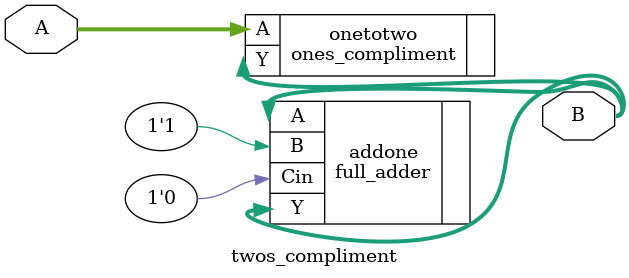
<source format=v>
module twos_compliment(
    input [7:0] A,
    output [7:0] B
    );

ones_compliment onetotwo(
    .A(A[7:0]),
    .Y(B[7:0])
    );
    
full_adder addone(
    .A(B[7:0]),
    .B(1'b1),
    .Cin(1'b0),
    .Y(B[7:0])
    );

endmodule
</source>
